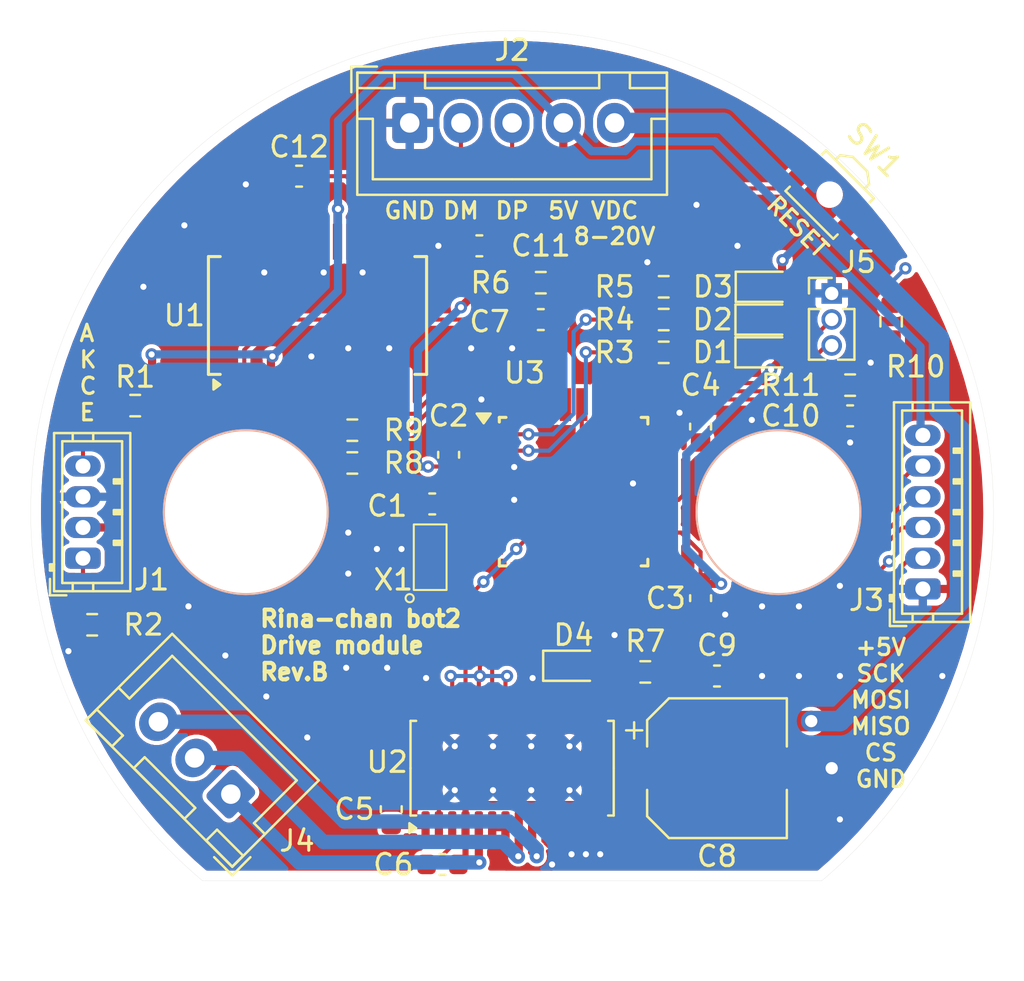
<source format=kicad_pcb>
(kicad_pcb (version 20240108) (generator "pcbnew") (generator_version "8.0")
  (layers (0 "F.Cu" signal) (31 "B.Cu" signal) (34 "B.Paste" user) (35 "F.Paste" user) (36 "B.SilkS" user "B.Silkscreen") (37 "F.SilkS" user "F.Silkscreen") (38 "B.Mask" user) (39 "F.Mask" user) (44 "Edge.Cuts" user))
  (net 0 "")
  (net 1 "+5V")
  (net 2 "/LED2")
  (net 3 "Net-(D4-K)")
  (net 4 "GND")
  (net 5 "Net-(D3-K)")
  (net 6 "/TX")
  (net 7 "Net-(U3-PD1)")
  (net 8 "Net-(D2-K)")
  (net 9 "/POS")
  (net 10 "Net-(U3-PD0)")
  (net 11 "/RX")
  (net 12 "Net-(D4-A)")
  (net 13 "/RESET")
  (net 14 "Net-(D1-K)")
  (net 15 "/LED1")
  (net 16 "Net-(J1-Pin_4)")
  (net 17 "/USB_DM")
  (net 18 "/USB_DP")
  (net 22 "Net-(U2-RESET#)")
  (net 25 "/EN")
  (net 28 "VDC")
  (net 29 "Net-(U2-VCP)")
  (net 31 "/IN1")
  (net 32 "/IN2")
  (net 33 "/IN3")
  (net 34 "Net-(U2-CP1)")
  (net 36 "Net-(U2-CP2)")
  (net 37 "Net-(U1-3V3OUT)")
  (net 40 "/MISO")
  (net 42 "Net-(U1-DTR)")
  (net 46 "Net-(J4-Pin_3)")
  (net 47 "Net-(J4-Pin_2)")
  (net 48 "Net-(J4-Pin_1)")
  (net 49 "/VMON")
  (net 50 "Net-(U3-XTAL2{slash}PB7)")
  (net 51 "/A3D17")
  (net 52 "/A4D18")
  (net 56 "Net-(U3-AREF)")
  (net 59 "Net-(U3-XTAL1{slash}PB6)")
  (net 60 "/CS")
  (net 62 "/SCK")
  (net 63 "/MOSI")
  (footprint "Resistor_SMD:R_0603_1608Metric" (layer "F.Cu") (at 197.2 82.6 180)
    (property "Reference" "R8")
    (property "Value" "1k")
  )
  (footprint "Ceralock:CSTCE" (layer "F.Cu") (at 201 87.2 90)
    (property "Reference" "X1")
    (property "Value" "CSTCE16M0V53-R0")
  )
  (footprint "Resistor_SMD:R_0603_1608Metric" (layer "F.Cu") (at 206.4 73.8 180)
    (property "Reference" "R6")
    (property "Value" "1k")
  )
  (footprint "Resistor_SMD:R_0603_1608Metric" (layer "F.Cu") (at 212.4 74 180)
    (property "Reference" "R5")
    (property "Value" "1k")
  )
  (footprint "Capacitor_SMD:C_0603_1608Metric" (layer "F.Cu") (at 201.9 82.2 -90)
    (property "Reference" "C2")
    (property "Value" "CL10A475KO8NNNC")
  )
  (footprint "LED_SMD:LED_0603_1608Metric" (layer "F.Cu") (at 208 92.5)
    (property "Reference" "D4")
    (property "Value" "KT-0603R")
  )
  (footprint "Button_Switch_SMD:SW_SPST_B3U-3000P-B" (layer "F.Cu") (at 220.5 69.5 -45)
    (property "Reference" "SW1")
    (property "Value" "B3U-3000P")
  )
  (footprint "Resistor_SMD:R_0603_1608Metric" (layer "F.Cu") (at 212.4 75.6 180)
    (property "Reference" "R4")
    (property "Value" "1k")
  )
  (footprint "Capacitor_SMD:C_0603_1608Metric" (layer "F.Cu") (at 214.2 80.825 -90)
    (property "Reference" "C4")
    (property "Value" "CC0603KRX7R9BB104")
  )
  (footprint "Resistor_SMD:R_0603_1608Metric" (layer "F.Cu") (at 186.6 79.8 180)
    (property "Reference" "R1")
    (property "Value" "330")
  )
  (footprint "Connector_PinHeader_1.27mm:PinHeader_1x03_P1.27mm_Vertical" (layer "F.Cu") (at 220.6 74.325)
    (property "Reference" "J5")
    (property "Value" "1x3 1.27mm Pin header")
  )
  (footprint "Resistor_SMD:R_0603_1608Metric" (layer "F.Cu") (at 212.4 77.2 180)
    (property "Reference" "R3")
    (property "Value" "1k")
  )
  (footprint "Capacitor_SMD:C_0603_1608Metric" (layer "F.Cu") (at 199.1 99.5 -90)
    (property "Reference" "C5")
    (property "Value" "CC0603KRX7R9BB104")
  )
  (footprint "LED_SMD:LED_0603_1608Metric" (layer "F.Cu") (at 217.3875 75.6)
    (property "Reference" "D2")
    (property "Value" "KT-0603R")
  )
  (footprint "Capacitor_SMD:C_0603_1608Metric" (layer "F.Cu") (at 201.1 84.6)
    (property "Reference" "C1")
    (property "Value" "CL10A475KO8NNNC")
  )
  (footprint "LED_SMD:LED_0603_1608Metric" (layer "F.Cu") (at 217.4 74)
    (property "Reference" "D3")
    (property "Value" "KT-0603G")
  )
  (footprint "Package_SO:HTSSOP-28-1EP_4.4x9.7mm_P0.65mm_EP2.75x6.2mm_ThermalVias" (layer "F.Cu") (at 205 97.5 90)
    (property "Reference" "U2")
    (property "Value" "DRV8313PWPR")
  )
  (footprint "Resistor_SMD:R_0603_1608Metric" (layer "F.Cu") (at 211.5 92.8)
    (property "Reference" "R7")
    (property "Value" "1k")
  )
  (footprint "LED_SMD:LED_0603_1608Metric" (layer "F.Cu") (at 217.3875 77.2)
    (property "Reference" "D1")
    (property "Value" "KT-0603W")
  )
  (footprint "Connector_JST:JST_XH_B3B-XH-A_1x03_P2.50mm_Vertical" (layer "F.Cu") (at 191.267767 98.767767 135)
    (property "Reference" "J4")
    (property "Value" "B3B-XH-A")
  )
  (footprint "Capacitor_SMD:C_0603_1608Metric" (layer "F.Cu") (at 221.5 80.3)
    (property "Reference" "C10")
    (property "Value" "CC0603KRX7R9BB104")
  )
  (footprint "Resistor_SMD:R_0603_1608Metric" (layer "F.Cu") (at 197.2 81)
    (property "Reference" "R9")
    (property "Value" "1k")
  )
  (footprint "Connector_JST:JST_ZH_B4B-ZR_1x04_P1.50mm_Vertical" (layer "F.Cu") (at 184.05 87.25 90)
    (property "Reference" "J1")
    (property "Value" "B4B-ZR")
  )
  (footprint "Resistor_SMD:R_0603_1608Metric" (layer "F.Cu") (at 184.5 90.5 180)
    (property "Reference" "R2")
    (property "Value" "5.1k")
  )
  (footprint "Capacitor_SMD:C_0603_1608Metric" (layer "F.Cu") (at 201.6 102.2 180)
    (property "Reference" "C6")
    (property "Value" "CC0603KRX7R9BB104")
  )
  (footprint "Resistor_SMD:R_0603_1608Metric" (layer "F.Cu") (at 221.5 78.8 180)
    (property "Reference" "R11")
    (property "Value" "1k")
  )
  (footprint "Package_QFP:TQFP-32_7x7mm_P0.8mm" (layer "F.Cu") (at 208 84)
    (property "Reference" "U3")
    (property "Value" "ATmega328P-AU")
  )
  (footprint "Capacitor_SMD:C_0603_1608Metric" (layer "F.Cu") (at 194.6 68.6)
    (property "Reference" "C12")
    (property "Value" "CC0603KRX7R9BB104")
  )
  (footprint "Connector_JST:JST_XH_B5B-XH-A_1x05_P2.50mm_Vertical" (layer "F.Cu") (at 200 66)
    (property "Reference" "J2")
    (property "Value" "B5B-XH-A")
  )
  (footprint "MountingHole:MountingHole_3.2mm_M3" (layer "F.Cu") (at 218 85)
    (property "Reference" "H2" (hide yes))
    (property "Value" "Φ3.2")
  )
  (footprint "Capacitor_SMD:C_0603_1608Metric" (layer "F.Cu") (at 214.2 89.2 90)
    (property "Reference" "C3")
    (property "Value" "CL10A475KO8NNNC")
  )
  (footprint "Resistor_SMD:R_0603_1608Metric" (layer "F.Cu") (at 223.5 75.7 -90)
    (property "Reference" "R10")
    (property "Value" "10k")
  )
  (footprint "MountingHole:MountingHole_3.2mm_M3" (layer "F.Cu") (at 192 85)
    (property "Reference" "H1" (hide yes))
    (property "Value" "Φ3.2")
  )
  (footprint "Capacitor_SMD:CP_Elec_6.3x5.4" (layer "F.Cu") (at 215 97.5)
    (property "Reference" "C8")
    (property "Value" "RST100UF25V004")
  )
  (footprint "Capacitor_SMD:C_0603_1608Metric" (layer "F.Cu") (at 203.4 72 180)
    (property "Reference" "C11")
    (property "Value" "CL10A106KP8NNNC")
  )
  (footprint "Capacitor_SMD:C_0603_1608Metric" (layer "F.Cu") (at 206.4 75.6)
    (property "Reference" "C7")
    (property "Value" "CC0603KRX7R9BB104")
  )
  (footprint "Capacitor_SMD:C_0603_1608Metric" (layer "F.Cu") (at 215 93 180)
    (property "Reference" "C9")
    (property "Value" "CL10B474KA8NNNC")
  )
  (footprint "Package_SO:SSOP-28_5.3x10.2mm_P0.65mm" (layer "F.Cu") (at 195.5 75.4 90)
    (property "Reference" "U1")
    (property "Value" "FT232RL")
  )
  (footprint "Connector_JST:JST_ZH_B6B-ZR_1x06_P1.50mm_Vertical" (layer "F.Cu") (at 225.05 88.75 90)
    (property "Reference" "J3")
    (property "Value" "B6B-ZR")
  )
  (gr_circle (center 218 85) (end 222 85) (stroke (width 0.1)) (fill none) (layer "B.SilkS"))
  (gr_circle (center 192 85) (end 196 85) (stroke (width 0.1)) (fill none) (layer "B.SilkS"))
  (gr_circle (center 192 85) (end 192 81) (stroke (width 0.1)) (fill none) (layer "F.SilkS"))
  (gr_circle (center 218 85) (end 218 81) (stroke (width 0.1)) (fill none) (layer "F.SilkS"))
  (gr_arc (start 189.892056 103) (mid 205 61.500001) (end 220.107944 103) (stroke (width 0.01)) (layer "Edge.Cuts"))
  (gr_line (start 189.892056 103) (end 220.107944 103) (stroke (width 0.01)) (layer "Edge.Cuts"))
  (gr_text "5V" (at 207.5 70.75 0) (layer "F.SilkS") (effects (font (size 0.8 0.8) (thickness 0.15) (bold yes)) (justify bottom)))
  (gr_text "RESET" (at 218.6 71.4 -45) (layer "F.SilkS") (effects (font (size 0.8 0.8) (thickness 0.15) (bold yes)) (justify bottom)))
  (gr_text "VDC" (at 210 70.75 0) (layer "F.SilkS") (effects (font (size 0.8 0.8) (thickness 0.15) (bold yes)) (justify bottom)))
  (gr_text "8-20V" (at 210 72 0) (layer "F.SilkS") (effects (font (size 0.8 0.8) (thickness 0.15) (bold yes)) (justify bottom)))
  (gr_text "A\nK\nC\nE" (at 183.8 80.6 -0) (layer "F.SilkS") (effects (font (size 0.8 0.8) (thickness 0.15) (bold yes)) (justify left bottom)))
  (gr_text "Rev.B" (at 192.6 92.8 0) (layer "F.SilkS") (effects (font (size 0.8 0.8) (thickness 0.2)) (justify left)))
  (gr_text "Drive module" (at 192.6 91.5 0) (layer "F.SilkS") (effects (font (size 0.8 0.8) (thickness 0.2) (bold yes)) (justify left)))
  (gr_text "+5V\nSCK\nMOSI\nMISO\nCS\nGND" (at 223 98.5 -0) (layer "F.SilkS") (effects (font (size 0.8 0.8) (thickness 0.15) (bold yes)) (justify bottom)))
  (gr_text "DM" (at 202.5 70.75 0) (layer "F.SilkS") (effects (font (size 0.8 0.8) (thickness 0.15) (bold yes)) (justify bottom)))
  (gr_text "GND" (at 200 70.75 0) (layer "F.SilkS") (effects (font (size 0.8 0.8) (thickness 0.15) (bold yes)) (justify bottom)))
  (gr_text "Rina-chan bot2" (at 192.6 90.2 0) (layer "F.SilkS") (effects (font (size 0.8 0.8) (thickness 0.2) (bold yes)) (justify left)))
  (gr_text "DP" (at 205 70.75 0) (layer "F.SilkS") (effects (font (size 0.8 0.8) (thickness 0.15) (bold yes)) (justify bottom)))
  (segment (start 201.7 82.775) (end 201.9 82.975) (width 0.2) (layer "F.Cu") (net 1))
  (segment (start 218.175 72.725) (end 218.2 72.7) (width 0.4) (layer "F.Cu") (net 1))
  (segment (start 213.25 86) (end 214.2 86.95) (width 0.2) (layer "F.Cu") (net 1))
  (segment (start 202.525 83.6) (end 201.9 82.975) (width 0.2) (layer "F.Cu") (net 1))
  (segment (start 202.6 75) (end 202.5 75) (width 0.4) (layer "F.Cu") (net 1))
  (segment (start 187.425 79.8) (end 187.425 77.325) (width 0.4) (layer "F.Cu") (net 1))
  (segment (start 193.225 79) (end 193.225 77.475) (width 0.4) (layer "F.Cu") (net 1))
  (segment (start 201.9 82.975) (end 201.9 84.575) (width 0.2) (layer "F.Cu") (net 1))
  (segment (start 185.25 85.75) (end 185.6 85.4) (width 0.4) (layer "F.Cu") (net 1))
  (segment (start 202.475 85.2) (end 201.875 84.6) (width 0.2) (layer "F.Cu") (net 1))
  (segment (start 185.6 81.625) (end 187.425 79.8) (width 0.4) (layer "F.Cu") (net 1))
  (segment (start 215.2 88.5) (end 214.275 88.5) (width 0.4) (layer "F.Cu") (net 1))
  (segment (start 218.175 77.2) (end 218.175 72.725) (width 0.4) (layer "F.Cu") (net 1))
  (segment (start 196.475 71.8) (end 196.475 70.225) (width 0.4) (layer "F.Cu") (net 1))
  (segment (start 204.175 72) (end 204.175 73.325) (width 0.4) (layer "F.Cu") (net 1))
  (segment (start 207.5 70.1) (end 205.6 72) (width 0.4) (layer "F.Cu") (net 1))
  (segment (start 185.6 85.4) (end 185.6 81.625) (width 0.4) (layer "F.Cu") (net 1))
  (segment (start 205.6 72) (end 204.175 72) (width 0.4) (layer "F.Cu") (net 1))
  (segment (start 205.575 73.8) (end 205.575 73.775) (width 0.4) (layer "F.Cu") (net 1))
  (segment (start 218.175 77.2) (end 218.175 77.50576) (width 0.4) (layer "F.Cu") (net 1))
  (segment (start 203.75 85.2) (end 202.475 85.2) (width 0.2) (layer "F.Cu") (net 1))
  (segment (start 193.225 77.475) (end 193.3 77.4) (width 0.4) (layer "F.Cu") (net 1))
  (segment (start 184.05 85.75) (end 185.25 85.75) (width 0.4) (layer "F.Cu") (net 1))
  (segment (start 214.275 88.5) (end 214.2 88.425) (width 0.4) (layer "F.Cu") (net 1))
  (segment (start 218.175 77.50576) (end 217.64038 78.04038) (width 0.4) (layer "F.Cu") (net 1))
  (segment (start 196.475 70.225) (end 196.5 70.2) (width 0.4) (layer "F.Cu") (net 1))
  (segment (start 207.5 66) (end 207.5 70.1) (width 0.4) (layer "F.Cu") (net 1))
  (segment (start 204.175 73.325) (end 202.5 75) (width 0.4) (layer "F.Cu") (net 1))
  (segment (start 187.425 77.325) (end 187.4 77.3) (width 0.4) (layer "F.Cu") (net 1))
  (segment (start 200.9 82.775) (end 201.7 82.775) (width 0.2) (layer "F.Cu") (net 1))
  (segment (start 201.9 84.575) (end 201.875 84.6) (width 0.2) (layer "F.Cu") (net 1))
  (segment (start 203.75 83.6) (end 202.525 83.6) (width 0.2) (layer "F.Cu") (net 1))
  (segment (start 205.575 73.8) (end 204.65 73.8) (width 0.4) (layer "F.Cu") (net 1))
  (segment (start 214.2 86.95) (end 214.2 88.425) (width 0.2) (layer "F.Cu") (net 1))
  (segment (start 212.25 86) (end 213.25 86) (width 0.2) (layer "F.Cu") (net 1))
  (segment (start 201.775 82.8) (end 201.8 82.775) (width 0.4) (layer "F.Cu") (net 1))
  (segment (start 204.65 73.8) (end 204.175 73.325) (width 0.4) (layer "F.Cu") (net 1))
  (via (at 187.4 77.3) (size 0.6) (drill 0.3) (layers "F.Cu" "B.Cu") (net 1))
  (via (at 215.2 88.5) (size 0.6) (drill 0.3) (layers "F.Cu" "B.Cu") (net 1))
  (via (at 217.64038 78.04038) (size 0.6) (drill 0.3) (layers "F.Cu" "B.Cu") (net 1))
  (via (at 196.5 70.2) (size 0.6) (drill 0.3) (layers "F.Cu" "B.Cu") (net 1))
  (via (at 218.2 72.7) (size 0.6) (drill 0.3) (layers "F.Cu" "B.Cu") (net 1))
  (via (at 193.3 77.4) (size 0.6) (drill 0.3) (layers "F.Cu" "B.Cu") (net 1))
  (via (at 202.5 75) (size 0.6) (drill 0.3) (layers "F.Cu" "B.Cu") (net 1))
  (via (at 200.9 82.775) (size 0.6) (drill 0.3) (layers "F.Cu" "B.Cu") (net 1))
  (segment (start 215.2 88.5) (end 213.5 86.8) (width 0.4) (layer "B.Cu") (net 1))
  (segment (start 200.4 82.7) (end 200.475 82.775) (width 0.4) (layer "B.Cu") (net 1))
  (segment (start 225.05 81.25) (end 224.937709 81.137709) (width 0.4) (layer "B.Cu") (net 1))
  (segment (start 202.5 75) (end 200.4 77.1) (width 0.4) (layer "B.Cu") (net 1))
  (segment (start 210.992767 66.9) (end 210.517767 67.375) (width 0.4) (layer "B.Cu") (net 1))
  (segment (start 198.8 63.6) (end 205.1 63.6) (width 0.4) (layer "B.Cu") (net 1))
  (segment (start 187.4 77.3) (end 193.2 77.3) (width 0.4) (layer "B.Cu") (net 1))
  (segment (start 196.5 70.2) (end 196.5 65.9) (width 0.4) (layer "B.Cu") (net 1))
  (segment (start 218.2 72.7) (end 219.45 71.45) (width 0.4) (layer "B.Cu") (net 1))
  (segment (start 196.5 74.2) (end 196.5 70.2) (width 0.4) (layer "B.Cu") (net 1))
  (segment (start 213.5 82.18076) (end 217.64038 78.04038) (width 0.4) (layer "B.Cu") (net 1))
  (segment (start 219.45 71.45) (end 214.9 66.9) (width 0.4) (layer "B.Cu") (net 1))
  (segment (start 224.937709 81.137709) (end 224.937709 76.937709) (width 0.4) (layer "B.Cu") (net 1))
  (segment (start 200.4 77.1) (end 200.4 82.7) (width 0.4) (layer "B.Cu") (net 1))
  (segment (start 196.5 65.9) (end 198.8 63.6) (width 0.4) (layer "B.Cu") (net 1))
  (segment (start 214.9 66.9) (end 210.992767 66.9) (width 0.4) (layer "B.Cu") (net 1))
  (segment (start 208.875 67.375) (end 207.5 66) (width 0.4) (layer "B.Cu") (net 1))
  (segment (start 200.475 82.775) (end 200.9 82.775) (width 0.4) (layer "B.Cu") (net 1))
  (segment (start 224.937709 76.937709) (end 219.45 71.45) (width 0.4) (layer "B.Cu") (net 1))
  (segment (start 193.3 77.4) (end 196.5 74.2) (width 0.4) (layer "B.Cu") (net 1))
  (segment (start 213.5 86.8) (end 213.5 82.18076) (width 0.4) (layer "B.Cu") (net 1))
  (segment (start 205.1 63.6) (end 207.5 66) (width 0.4) (layer "B.Cu") (net 1))
  (segment (start 210.517767 67.375) (end 208.875 67.375) (width 0.4) (layer "B.Cu") (net 1))
  (segment (start 193.2 77.3) (end 193.3 77.4) (width 0.4) (layer "B.Cu") (net 1))
  (segment (start 203.75 81.2) (end 205.8 81.2) (width 0.2) (layer "F.Cu") (net 2))
  (segment (start 211.575 75.6) (end 208.6 75.6) (width 0.2) (layer "F.Cu") (net 2))
  (via (at 205.8 81.2) (size 0.6) (drill 0.3) (layers "F.Cu" "B.Cu") (net 2))
  (via (at 208.6 75.6) (size 0.6) (drill 0.3) (layers "F.Cu" "B.Cu") (net 2))
  (segment (start 207 81.2) (end 208 80.2) (width 0.2) (layer "B.Cu") (net 2))
  (segment (start 208 76.2) (end 208.6 75.6) (width 0.2) (layer "B.Cu") (net 2))
  (segment (start 208 80.2) (end 208 76.2) (width 0.2) (layer "B.Cu") (net 2))
  (segment (start 205.8 81.2) (end 207 81.2) (width 0.2) (layer "B.Cu") (net 2))
  (segment (start 207.275 92.5625) (end 207.2125 92.5) (width 0.2) (layer "F.Cu") (net 3))
  (segment (start 207.275 94.625) (end 207.275 92.5625) (width 0.2) (layer "F.Cu") (net 3))
  (segment (start 217.8 97.5) (end 220.6 97.5) (width 1) (layer "F.Cu") (net 4))
  (segment (start 195.175 77.425) (end 195.2 77.4) (width 0.4) (layer "F.Cu") (net 4))
  (segment (start 206.9 101.424999) (end 206.625 101.149999) (width 0.2) (layer "F.Cu") (net 4))
  (segment (start 211.575 72.825) (end 211.6 72.8) (width 0.4) (layer "F.Cu") (net 4))
  (segment (start 195.825 73.275) (end 195.8 73.3) (width 0.4) (layer "F.Cu") (net 4))
  (segment (start 197.775 73.225) (end 197.7 73.3) (width 0.4) (layer "F.Cu") (net 4))
  (segment (start 206.9 102.4) (end 206.9 101.424999) (width 0.2) (layer "F.Cu") (net 4))
  (segment (start 204.025 100.375) (end 204.025 101.725) (width 0.2) (layer "F.Cu") (net 4))
  (segment (start 217.199996 93) (end 217.2 93.000004) (width 0.4) (layer "F.Cu") (net 4))
  (segment (start 204.675 101.625) (end 204.675 100.375) (width 0.2) (layer "F.Cu") (net 4))
  (segment (start 208.575 101.675) (end 208.6 101.7) (width 0.4) (layer "F.Cu") (net 4))
  (segment (start 204.025 101.725) (end 204.3 102) (width 0.2) (layer "F.Cu") (net 4))
  (segment (start 213.25 80.05) (end 213.171064 80.128936) (width 0.4) (layer "F.Cu") (net 4))
  (segment (start 200.775 93.125) (end 200.8 93.1) (width 0.4) (layer "F.Cu") (net 4))
  (segment (start 215.775 93) (end 217.199996 93) (width 0.4) (layer "F.Cu") (net 4))
  (segment (start 209.225 101.625) (end 209.3 101.7) (width 0.4) (layer "F.Cu") (net 4))
  (segment (start 206.949999 102.350001) (end 206.949999 102.2) (width 0.2) (layer "F.Cu") (net 4))
  (segment (start 213.171064 80.128936) (end 213.171064 80.15) (width 0.4) (layer "F.Cu") (net 4))
  (segment (start 206.9 102.4) (end 206.949999 102.350001) (width 0.2) (layer "F.Cu") (net 4))
  (segment (start 204.3 102) (end 204.7 102.4) (width 0.2) (layer "F.Cu") (net 4))
  (segment (start 207.925 101.675) (end 207.9 101.7) (width 0.4) (layer "F.Cu") (net 4))
  (segment (start 205.975 93.125) (end 206 93.1) (width 0.4) (layer "F.Cu") (net 4))
  (segment (start 204.3 102) (end 204.675 101.625) (width 0.2) (layer "F.Cu") (net 4))
  (segment (start 204.7 102.4) (end 206.9 102.4) (width 0.2) (layer "F.Cu") (net 4))
  (segment (start 201.8 81.225) (end 201.975 81.225) (width 0.4) (layer "F.Cu") (net 4))
  (segment (start 206.625 101.149999) (end 206.625 100.375) (width 0.2) (layer "F.Cu") (net 4))
  (segment (start 215.375 89.975) (end 215.4 90) (width 0.4) (layer "F.Cu") (net 4))
  (via (at 201.4 72) (size 0.6) (drill 0.3) (layers "F.Cu" "B.Cu") (net 4))
  (via (at 192.9 73.3) (size 0.6) (drill 0.3) (layers "F.Cu" "B.Cu") (net 4))
  (via (at 210.9 83.6) (size 0.6) (drill 0.3) (layers "F.Cu" "B.Cu") (net 4))
  (via (at 197 77) (size 0.6) (drill 0.3) (layers "F.Cu" "B.Cu") (net 4))
  (via (at 208.6 101.7) (size 0.6) (drill 0.3) (layers "F.Cu" "B.Cu") (net 4))
  (via (at 205 77) (size 0.6) (drill 0.3) (layers "F.Cu" "B.Cu") (net 4))
  (via (at 222.50288 77.70288) (size 0.6) (drill 0.3) (layers "F.Cu" "B.Cu") (net 4))
  (via (at 221 100) (size 0.6) (drill 0.3) (layers "F.Cu" "B.Cu") (net 4))
  (via (at 219 89.6) (size 0.6) (drill 0.3) (layers "F.Cu" "B.Cu") (net 4))
  (via (at 199 77) (size 0.6) (drill 0.3) (layers "F.Cu" "B.Cu") (net 4))
  (via (at 226 93) (size 0.6) (drill 0.3) (layers "F.Cu" "B.Cu") (net 4))
  (via (at 197 86) (size 0.6) (drill 0.3) (layers "F.Cu" "B.Cu") (net 4))
  (via (at 192 69) (size 0.6) (drill 0.3) (layers "F.Cu" "B.Cu") (net 4))
  (via (at 215.4 90) (size 0.5) (drill 0.3) (layers "F.Cu" "B.Cu") (net 4))
  (via (at 200.8 93.1) (size 0.6) (drill 0.3) (layers "F.Cu" "B.Cu") (net 4))
  (via (at 213.171064 80.15) (size 0.6) (drill 0.3) (layers "F.Cu" "B.Cu") (net 4))
  (via (at 216.7 80.5) (size 0.6) (drill 0.3) (layers "F.Cu" "B.Cu") (net 4))
  (via (at 203 77) (size 0.6) (drill 0.3) (layers "F.Cu" "B.Cu") (net 4))
  (via (at 196.9 92.6) (size 0.6) (drill 0.3) (layers "F.Cu" "B.Cu") (net 4))
  (via (at 199.6 86.8) (size 0.6) (drill 0.3) (layers "F.Cu" "B.Cu") (net 4))
  (via (at 206 93.1) (size 0.6) (drill 0.3) (layers "F.Cu" "B.Cu") (net 4))
  (via (at 193 94) (size 0.6) (drill 0.3) (layers "F.Cu" "B.Cu") (net 4))
  (via (at 195.8 73.3) (size 0.6) (drill 0.3) (layers "F.Cu" "B.Cu") (net 4))
  (via (at 206.949999 102.2) (size 0.6) (drill 0.3) (layers "F.Cu" "B.Cu") (net 4))
  (via (at 183.339426 91.786538) (size 0.6) (drill 0.3) (layers "F.Cu" "B.Cu") (net 4))
  (via (at 207.9 101.7) (size 0.6) (drill 0.3) (layers "F.Cu" "B.Cu") (net 4))
  (via (at 221 88.6) (size 0.6) (drill 0.3) (layers "F.Cu" "B.Cu") (net 4))
  (via (at 221 93) (size 0.6) (drill 0.3) (layers "F.Cu" "B.Cu") (net 4))
  (via (at 216 72) (size 0.6) (drill 0.3) (layers "F.Cu" "B.Cu") (net 4))
  (via (at 197 88) (size 0.6) (drill 0.3) (layers "F.Cu" "B.Cu") (net 4))
  (via (at 205.1 84.4) (size 0.6) (drill 0.3) (layers "F.Cu" "B.Cu") (net 4))
  (via (at 221.5 81.6) (size 0.6) (drill 0.3) (layers "F.Cu" "B.Cu") (net 4))
  (via (at 197.7 73.3) (size 0.6) (drill 0.3) (layers "F.Cu" "B.Cu") (net 4))
  (via (at 195.2 77.4) (size 0.6) (drill 0.3) (layers "F.Cu" "B.Cu") (net 4))
  (via (at 195 96) (size 0.6) (drill 0.3) (layers "F.Cu" "B.Cu") (net 4))
  (via (at 209.3 101.7) (size 0.6) (drill 0.3) (layers "F.Cu" "B.Cu") (net 4))
  (via (at 203.5 79.5) (size 0.6) (drill 0.3) (layers "F.Cu" "B.Cu") (net 4))
  (via (at 198.4 86.8) (size 0.6) (drill 0.3) (layers "F.Cu" "B.Cu") (net 4))
  (via (at 189.2 89.6) (size 0.6) (drill 0.3) (layers "F.Cu" "B.Cu") (net 4))
  (via (at 205.1 82.8) (size 0.6) (drill 0.3) (layers "F.Cu" "B.Cu") (net 4))
  (via (at 217.2 89.6) (size 0.6) (drill 0.3) (layers "F.Cu" "B.Cu") (net 4))
  (via (at 220.6 97.5) (size 1) (drill 0.6) (layers "F.Cu" "B.Cu") (net 4))
  (via (at 187 74) (size 0.6) (drill 0.3) (layers "F.Cu" "B.Cu") (net 4))
  (via (at 217.2 93.000004) (size 0.6) (drill 0.3) (layers "F.Cu" "B.Cu") (net 4))
  (via (at 219 93) (size 0.6) (drill 0.3) (layers "F.Cu" "B.Cu") (net 4))
  (via (at 210 91) (size 0.6) (drill 0.3) (layers "F.Cu" "B.Cu") (net 4))
  (via (at 198.9 92.6) (size 0.6) (drill 0.3) (layers "F.Cu" "B.Cu") (net 4))
  (via (at 189 71) (size 0.6) (drill 0.3) (layers "F.Cu" "B.Cu") (net 4))
  (via (at 191 92) (size 0.6) (drill 0.3) (layers "F.Cu" "B.Cu") (net 4))
  (via (at 214 70) (size 0.6) (drill 0.3) (layers "F.Cu" "B.Cu") (net 4))
  (via (at 211.6 72.8) (size 0.6) (drill 0.3) (layers "F.Cu" "B.Cu") (net 4))
  (segment (start 213.225 74) (end 216.6125 74) (width 0.2) (layer "F.Cu") (net 5))
  (segment (start 194.125 80.3) (end 194.7 80.3) (width 0.2) (layer "F.Cu") (net 6))
  (segment (start 193.875 79) (end 193.875 80.05) (width 0.2) (layer "F.Cu") (net 6))
  (segment (start 194.7 80.3) (end 195.4 81) (width 0.2) (layer "F.Cu") (net 6))
  (segment (start 193.875 80.05) (end 194.125 80.3) (width 0.2) (layer "F.Cu") (net 6))
  (segment (start 195.4 81) (end 196.375 81) (width 0.2) (layer "F.Cu") (net 6))
  (segment (start 206 79.75) (end 206 78.75) (width 0.2) (layer "F.Cu") (net 7))
  (segment (start 205.85 78.6) (end 202.4 78.6) (width 0.2) (layer "F.Cu") (net 7))
  (segment (start 200 81) (end 198.025 81) (width 0.2) (layer "F.Cu") (net 7))
  (segment (start 206 78.75) (end 205.85 78.6) (width 0.2) (layer "F.Cu") (net 7))
  (segment (start 202.4 78.6) (end 200 81) (width 0.2) (layer "F.Cu") (net 7))
  (segment (start 216.6 75.6) (end 213.225 75.6) (width 0.2) (layer "F.Cu") (net 8))
  (segment (start 201.499996 90.5) (end 203.599998 88.399998) (width 0.2) (layer "F.Cu") (net 9))
  (segment (start 184.05 87.25) (end 184.05 88.45) (width 0.2) (layer "F.Cu") (net 9))
  (segment (start 185.325 89.725) (end 185.325 90.5) (width 0.2) (layer "F.Cu") (net 9))
  (segment (start 208.4 83.600006) (end 205.200003 86.800003) (width 0.2) (layer "F.Cu") (net 9))
  (segment (start 184.05 88.45) (end 185.325 89.725) (width 0.2) (layer "F.Cu") (net 9))
  (segment (start 185.325 90.5) (end 201.499996 90.5) (width 0.2) (layer "F.Cu") (net 9))
  (segment (start 208.4 79.75) (end 208.4 83.600006) (width 0.2) (layer "F.Cu") (net 9))
  (via (at 203.599998 88.399998) (size 0.6) (drill 0.3) (layers "F.Cu" "B.Cu") (net 9))
  (via (at 205.200003 86.800003) (size 0.6) (drill 0.3) (layers "F.Cu" "B.Cu") (net 9))
  (segment (start 205.200003 86.800003) (end 205.199993 86.800003) (width 0.2) (layer "B.Cu") (net 9))
  (segment (start 205.199993 86.800003) (end 203.599998 88.399998) (width 0.2) (layer "B.Cu") (net 9))
  (segment (start 202.425 78) (end 206.4 78) (width 0.2) (layer "F.Cu") (net 10))
  (segment (start 198.025 82.6) (end 197.2 81.775) (width 0.2) (layer "F.Cu") (net 10))
  (segment (start 200.225 80.2) (end 202.425 78) (width 0.2) (layer "F.Cu") (net 10))
  (segment (start 197.2 81.775) (end 197.2 80.575) (width 0.2) (layer "F.Cu") (net 10))
  (segment (start 206.8 78.4) (end 206.8 79.75) (width 0.2) (layer "F.Cu") (net 10))
  (segment (start 197.2 80.575) (end 197.575 80.2) (width 0.2) (layer "F.Cu") (net 10))
  (segment (start 197.575 80.2) (end 200.225 80.2) (width 0.2) (layer "F.Cu") (net 10))
  (segment (start 206.4 78) (end 206.8 78.4) (width 0.2) (layer "F.Cu") (net 10))
  (segment (start 191.275 79) (end 191.275 80.075) (width 0.2) (layer "F.Cu") (net 11))
  (segment (start 191.275 80.075) (end 191.6 80.4) (width 0.2) (layer "F.Cu") (net 11))
  (segment (start 191.6 80.4) (end 193.3 80.4) (width 0.2) (layer "F.Cu") (net 11))
  (segment (start 193.6 80.7) (end 194.475 80.7) (width 0.2) (layer "F.Cu") (net 11))
  (segment (start 194.475 80.7) (end 196.375 82.6) (width 0.2) (layer "F.Cu") (net 11))
  (segment (start 193.3 80.4) (end 193.6 80.7) (width 0.2) (layer "F.Cu") (net 11))
  (segment (start 208.7875 92.5) (end 210.375 92.5) (width 0.2) (layer "F.Cu") (net 12))
  (segment (start 210.375 92.5) (end 210.675 92.8) (width 0.2) (layer "F.Cu") (net 12))
  (segment (start 207.225 73.8) (end 207.225 75.45) (width 0.2) (layer "F.Cu") (net 13))
  (segment (start 207.6 77.5) (end 207.6 79.75) (width 0.2) (layer "F.Cu") (net 13))
  (segment (start 207.275 75.5) (end 207.275 77.175) (width 0.2) (layer "F.Cu") (net 13))
  (segment (start 218.395836 69.2) (end 211.825 69.2) (width 0.2) (layer "F.Cu") (net 13))
  (segment (start 211.825 69.2) (end 207.225 73.8) (width 0.2) (layer "F.Cu") (net 13))
  (segment (start 207.225 75.45) (end 207.275 75.5) (width 0.2) (layer "F.Cu") (net 13))
  (segment (start 219.297918 68.297918) (end 218.395836 69.2) (width 0.2) (layer "F.Cu") (net 13))
  (segment (start 207.275 77.175) (end 207.6 77.5) (width 0.2) (layer "F.Cu") (net 13))
  (segment (start 213.225 77.2) (end 216.6 77.2) (width 0.2) (layer "F.Cu") (net 14))
  (segment (start 203.75 82) (end 205.8 82) (width 0.2) (layer "F.Cu") (net 15))
  (segment (start 211.575 77.2) (end 208.6 77.2) (width 0.2) (layer "F.Cu") (net 15))
  (via (at 205.8 82) (size 0.6) (drill 0.3) (layers "F.Cu" "B.Cu") (net 15))
  (via (at 208.6 77.2) (size 0.6) (drill 0.3) (layers "F.Cu" "B.Cu") (net 15))
  (segment (start 208.6 80.2) (end 206.8 82) (width 0.2) (layer "B.Cu") (net 15))
  (segment (start 208.6 77.2) (end 208.6 80.2) (width 0.2) (layer "B.Cu") (net 15))
  (segment (start 206.8 82) (end 205.8 82) (width 0.2) (layer "B.Cu") (net 15))
  (segment (start 184.05 82.75) (end 184.05 80.9375) (width 0.2) (layer "F.Cu") (net 16))
  (segment (start 185.1875 79.8) (end 185.775 79.8) (width 0.2) (layer "F.Cu") (net 16))
  (segment (start 184.05 80.9375) (end 185.1875 79.8) (width 0.2) (layer "F.Cu") (net 16))
  (segment (start 201.4 69.6) (end 202.5 68.5) (width 0.2) (layer "F.Cu") (net 17))
  (segment (start 199.075 70.359314) (end 199.834314 69.6) (width 0.2) (layer "F.Cu") (net 17))
  (segment (start 199.834314 69.6) (end 201.4 69.6) (width 0.2) (layer "F.Cu") (net 17))
  (segment (start 199.075 71.8) (end 199.075 70.359314) (width 0.2) (layer "F.Cu") (net 17))
  (segment (start 202.5 68.5) (end 202.5 66) (width 0.2) (layer "F.Cu") (net 17))
  (segment (start 199.725 71.8) (end 199.725 70.275) (width 0.2) (layer "F.Cu") (net 18))
  (segment (start 204 70) (end 205 69) (width 0.2) (layer "F.Cu") (net 18))
  (segment (start 199.725 70.275) (end 200 70) (width 0.2) (layer "F.Cu") (net 18))
  (segment (start 200 70) (end 204 70) (width 0.2) (layer "F.Cu") (net 18))
  (segment (start 205 69) (end 205 66) (width 0.2) (layer "F.Cu") (net 18))
  (segment (start 209.225 94.625) (end 209.225 93.525) (width 0.2) (layer "F.Cu") (net 22))
  (segment (start 212.325 93.075) (end 212.325 92.8) (width 0.2) (layer "F.Cu") (net 22))
  (segment (start 207.925 93.575) (end 208 93.5) (width 0.2) (layer "F.Cu") (net 22))
  (segment (start 211.6 93.8) (end 212.325 93.075) (width 0.2) (layer "F.Cu") (net 22))
  (segment (start 212.325 92.8) (end 214.025 92.8) (width 0.2) (layer "F.Cu") (net 22))
  (segment (start 209.475 93.525) (end 209.75 93.8) (width 0.2) (layer "F.Cu") (net 22))
  (segment (start 208 93.5) (end 208.6 93.5) (width 0.2) (layer "F.Cu") (net 22))
  (segment (start 208.6 93.5) (end 209.2 93.5) (width 0.2) (layer "F.Cu") (net 22))
  (segment (start 214.025 92.8) (end 214.225 93) (width 0.2) (layer "F.Cu") (net 22))
  (segment (start 209.225 93.525) (end 209.2 93.5) (width 0.2) (layer "F.Cu") (net 22))
  (segment (start 209.225 93.525) (end 209.475 93.525) (width 0.2) (layer "F.Cu") (net 22))
  (segment (start 208.575 93.525) (end 208.6 93.5) (width 0.2) (layer "F.Cu") (net 22))
  (segment (start 209.75 93.8) (end 211.6 93.8) (width 0.2) (layer "F.Cu") (net 22))
  (segment (start 208.575 94.625) (end 208.575 93.525) (width 0.2) (layer "F.Cu") (net 22))
  (segment (start 207.925 94.625) (end 207.925 93.575) (width 0.2) (layer "F.Cu") (net 22))
  (segment (start 204.675 93.075) (end 204.75 93) (width 0.2) (layer "F.Cu") (net 25))
  (segment (start 203.425 93) (end 203.425 92.506372) (width 0.2) (layer "F.Cu") (net 25))
  (segment (start 206.581372 89.35) (end 207.5 89.35) (width 0.2) (layer "F.Cu") (net 25))
  (segment (start 203.375 94.625) (end 203.375 93.05) (width 0.2) (layer "F.Cu") (net 25))
  (segment (start 203.425 92.506372) (end 206.581372 89.35) (width 0.2) (layer "F.Cu") (net 25))
  (segment (start 202.075 93.075) (end 202.075 94.625) (width 0.2) (layer "F.Cu") (net 25))
  (segment (start 207.6 89.25) (end 207.6 88.25) (width 0.2) (layer "F.Cu") (net 25))
  (segment (start 207.5 89.35) (end 207.6 89.25) (width 0.2) (layer "F.Cu") (net 25))
  (segment (start 203.375 93.05) (end 203.425 93) (width 0.2) (layer "F.Cu") (net 25))
  (segment (start 204.675 94.625) (end 204.675 93.075) (width 0.2) (layer "F.Cu") (net 25))
  (segment (start 202 93) (end 202.075 93.075) (width 0.2) (layer "F.Cu") (net 25))
  (via (at 204.75 93) (size 0.6) (drill 0.3) (layers "F.Cu" "B.Cu") (net 25))
  (via (at 203.425 93) (size 0.6) (drill 0.3) (layers "F.Cu" "B.Cu") (net 25))
  (via (at 202 93) (size 0.6) (drill 0.3) (layers "F.Cu" "B.Cu") (net 25))
  (segment (start 202 93) (end 204.75 93) (width 0.2) (layer "B.Cu") (net 25))
  (segment (start 219.6 95.2) (end 213.2 95.2) (width 1) (layer "F.Cu") (net 28))
  (segment (start 223.5 74.875) (end 223.5 73.8) (width 0.2) (layer "F.Cu") (net 28))
  (segment (start 210 97.5) (end 212.2 97.5) (width 0.3) (layer "F.Cu") (net 28))
  (segment (start 207.635832 99.25) (end 208.25 99.25) (width 0.3) (layer "F.Cu") (net 28))
  (segment (start 202.725 101.85) (end 202.375 102.2) (width 0.3) (layer "F.Cu") (net 28))
  (segment (start 208.25 99.25) (end 210 97.5) (width 0.3) (layer "F.Cu") (net 28))
  (segment (start 213.2 95.2) (end 212.2 96.2) (width 1) (layer "F.Cu") (net 28))
  (segment (start 212.2 96.2) (end 212.2 97.5) (width 1) (layer "F.Cu") (net 28))
  (segment (start 207.275 99.25) (end 207.635832 99.25) (width 0.3) (layer "F.Cu") (net 28))
  (segment (start 207.635832 99.25) (end 202.95 99.25) (width 0.3) (layer "F.Cu") (net 28))
  (segment (start 202.725 99.475) (end 202.725 100.375) (width 0.3) (layer "F.Cu") (net 28))
  (segment (start 202.725 100.375) (end 202.725 101.85) (width 0.3) (layer "F.Cu") (net 28))
  (segment (start 207.275 100.375) (end 207.275 99.25) (width 0.3) (layer "F.Cu") (net 28))
  (segment (start 223.5 73.8) (end 224.2 73.1) (width 0.2) (layer "F.Cu") (net 28))
  (segment (start 202.95 99.25) (end 202.725 99.475) (width 0.3) (layer "F.Cu") (net 28))
  (via (at 219.6 95.2) (size 1) (drill 0.6) (layers "F.Cu" "B.Cu") (net 28))
  (via (at 224.2 73.1) (size 0.6) (drill 0.3) (layers "F.Cu" "B.Cu") (net 28))
  (segment (start 223.306779 73.993221) (end 225.837709 76.52415) (width 1) (layer "B.Cu") (net 28))
  (segment (start 225.837709 76.52415) (end 225.837709 79.96944) (width 1) (layer "B.Cu") (net 28))
  (segment (start 226.856375 80.988106) (end 226.856375 89.343625) (width 1) (layer "B.Cu") (net 28))
  (segment (start 225.837709 79.96944) (end 226.856375 80.988106) (width 1) (layer "B.Cu") (net 28))
  (segment (start 221 95.2) (end 219.6 95.2) (width 1) (layer "B.Cu") (net 28))
  (segment (start 224.2 73.1) (end 223.306779 73.993221) (width 0.2) (layer "B.Cu") (net 28))
  (segment (start 210 66) (end 215.313559 66) (width 1) (layer "B.Cu") (net 28))
  (segment (start 226.856375 89.343625) (end 221 95.2) (width 1) (layer "B.Cu") (net 28))
  (segment (start 215.313559 66) (end 223.306779 73.993221) (width 1) (layer "B.Cu") (net 28))
  (segment (start 201.4 102.2) (end 200.825 102.2) (width 0.2) (layer "F.Cu") (net 29))
  (segment (start 202.075 101.276304) (end 201.5 101.851304) (width 0.2) (layer "F.Cu") (net 29))
  (segment (start 202.075 100.375) (end 202.075 101.276304) (width 0.2) (layer "F.Cu") (net 29))
  (segment (start 201.5 101.851304) (end 201.5 102.1) (width 0.2) (layer "F.Cu") (net 29))
  (segment (start 201.5 102.1) (end 201.4 102.2) (width 0.2) (layer "F.Cu") (net 29))
  (segment (start 201.4 92.751471) (end 201.4 94.6) (width 0.2) (layer "F.Cu") (net 31))
  (segment (start 205.2 88.25) (end 205.2 89.6) (width 0.2) (layer "F.Cu") (net 31))
  (segment (start 201.4 94.6) (end 201.425 94.625) (width 0.2) (layer "F.Cu") (net 31))
  (segment (start 201.751471 92.4) (end 201.4 92.751471) (width 0.2) (layer "F.Cu") (net 31))
  (segment (start 202.4 92.4) (end 201.751471 92.4) (width 0.2) (layer "F.Cu") (net 31))
  (segment (start 205.2 89.6) (end 202.4 92.4) (width 0.2) (layer "F.Cu") (net 31))
  (segment (start 206 89.365686) (end 206 88.25) (width 0.2) (layer "F.Cu") (net 32))
  (segment (start 202.725 92.640686) (end 206 89.365686) (width 0.2) (layer "F.Cu") (net 32))
  (segment (start 202.725 94.625) (end 202.725 92.640686) (width 0.2) (layer "F.Cu") (net 32))
  (segment (start 206.697058 89.8) (end 204.025 92.472058) (width 0.2) (layer "F.Cu") (net 33))
  (segment (start 208.4 89.25) (end 207.85 89.8) (width 0.2) (layer "F.Cu") (net 33))
  (segment (start 204.025 92.472058) (end 204.025 94.625) (width 0.2) (layer "F.Cu") (net 33))
  (segment (start 207.85 89.8) (end 206.697058 89.8) (width 0.2) (layer "F.Cu") (net 33))
  (segment (start 208.4 88.25) (end 208.4 89.25) (width 0.2) (layer "F.Cu") (net 33))
  (segment (start 199.2 100.375) (end 199.1 100.275) (width 0.2) (layer "F.Cu") (net 34))
  (segment (start 200.775 100.375) (end 199.2 100.375) (width 0.2) (layer "F.Cu") (net 34))
  (segment (start 200.925 98.725) (end 199.1 98.725) (width 0.2) (layer "F.Cu") (net 36))
  (segment (start 201.425 100.375) (end 201.425 99.225) (width 0.2) (layer "F.Cu") (net 36))
  (segment (start 201.425 99.225) (end 200.925 98.725) (width 0.2) (layer "F.Cu") (net 36))
  (segment (start 196.9 68.6) (end 198.425 70.125) (width 0.2) (layer "F.Cu") (net 37))
  (segment (start 198.425 70.125) (end 198.425 71.8) (width 0.2) (layer "F.Cu") (net 37))
  (segment (start 195.375 68.6) (end 196.9 68.6) (width 0.2) (layer "F.Cu") (net 37))
  (segment (start 210.8 89.2) (end 212.8 91.2) (width 0.2) (layer "F.Cu") (net 40))
  (segment (start 222.4 87.4) (end 224.05 85.75) (width 0.2) (layer "F.Cu") (net 40))
  (segment (start 212.8 91.2) (end 220.2 91.2) (width 0.2) (layer "F.Cu") (net 40))
  (segment (start 222.4 89) (end 222.4 87.4) (width 0.2) (layer "F.Cu") (net 40))
  (segment (start 224.05 85.75) (end 225.05 85.75) (width 0.2) (layer "F.Cu") (net 40))
  (segment (start 220.2 91.2) (end 222.4 89) (width 0.2) (layer "F.Cu") (net 40))
  (segment (start 210.8 88.25) (end 210.8 89.2) (width 0.2) (layer "F.Cu") (net 40))
  (segment (start 193.4 75.6) (end 191.925 77.075) (width 0.2) (layer "F.Cu") (net 42))
  (segment (start 205.625 75.6) (end 193.4 75.6) (width 0.2) (layer "F.Cu") (net 42))
  (segment (start 191.925 77.075) (end 191.925 79) (width 0.2) (layer "F.Cu") (net 42))
  (segment (start 205.975 101.575) (end 206.2 101.8) (width 0.4) (layer "F.Cu") (net 46))
  (segment (start 205.975 100.375) (end 205.975 101.55) (width 0.4) (layer "F.Cu") (net 46))
  (segment (start 205.975 101.55) (end 205.975 101.575) (width 0.4) (layer "F.Cu") (net 46))
  (via (at 206.2 101.8) (size 0.6) (drill 0.3) (layers "F.Cu" "B.Cu") (net 46))
  (segment (start 206.2 101.8) (end 206.2 101.463604) (width 0.7) (layer "B.Cu") (net 46))
  (segment (start 204.836396 100.1) (end 196.8 100.1) (width 0.7) (layer "B.Cu") (net 46))
  (segment (start 196.8 100.1) (end 191.932233 95.232233) (width 0.7) (layer "B.Cu") (net 46))
  (segment (start 191.932233 95.232233) (end 187.732233 95.232233) (width 0.7) (layer "B.Cu") (net 46))
  (segment (start 206.2 101.463604) (end 204.836396 100.1) (width 0.7) (layer "B.Cu") (net 46))
  (segment (start 205.325 100.375) (end 205.325 101.775) (width 0.4) (layer "F.Cu") (net 47))
  (segment (start 205.325 101.775) (end 205.3 101.8) (width 0.4) (layer "F.Cu") (net 47))
  (via (at 205.3 101.8) (size 0.6) (drill 0.3) (layers "F.Cu" "B.Cu") (net 47))
  (segment (start 195.786396 101.1) (end 204.563604 101.1) (width 0.7) (layer "B.Cu") (net 47))
  (segment (start 189.5 97) (end 191.686396 97) (width 0.7) (layer "B.Cu") (net 47))
  (segment (start 204.563604 101.1) (end 205.281802 101.818198) (width 0.7) (layer "B.Cu") (net 47))
  (segment (start 191.686396 97) (end 195.786396 101.1) (width 0.7) (layer "B.Cu") (net 47))
  (segment (start 203.375 102.075) (end 203.4 102.1) (width 0.4) (layer "F.Cu") (net 48))
  (segment (start 203.375 100.375) (end 203.375 102.075) (width 0.4) (layer "F.Cu") (net 48))
  (via (at 203.4 102.1) (size 0.6) (drill 0.3) (layers "F.Cu" "B.Cu") (net 48))
  (segment (start 203.4 102.1) (end 194.6 102.1) (width 0.7) (layer "B.Cu") (net 48))
  (segment (start 194.6 102.1) (end 191.267767 98.767767) (width 0.7) (layer "B.Cu") (net 48))
  (segment (start 214.673696 79.3) (end 213 79.3) (width 0.2) (layer "F.Cu") (net 49))
  (segment (start 222.325 78.8) (end 221.55 78.025) (width 0.2) (layer "F.Cu") (net 49))
  (segment (start 223.5 78.5) (end 223.5 76.525) (width 0.2) (layer "F.Cu") (net 49))
  (segment (start 222.325 80.25) (end 222.275 80.3) (width 0.2) (layer "F.Cu") (net 49))
  (segment (start 214.873696 79.5) (end 214.673696 79.3) (width 0.2) (layer "F.Cu") (net 49))
  (segment (start 213 79.3) (end 212.25 80.05) (width 0.2) (layer "F.Cu") (net 49))
  (segment (start 222.325 78.8) (end 223.2 78.8) (width 0.2) (layer "F.Cu") (net 49))
  (segment (start 219.775 78.025) (end 218.3 79.5) (width 0.2) (layer "F.Cu") (net 49))
  (segment (start 223.2 78.8) (end 223.5 78.5) (width 0.2) (layer "F.Cu") (net 49))
  (segment (start 218.3 79.5) (end 214.873696 79.5) (width 0.2) (layer "F.Cu") (net 49))
  (segment (start 212.25 80.05) (end 212.25 81.2) (width 0.2) (layer "F.Cu") (net 49))
  (segment (start 222.325 78.8) (end 222.325 80.25) (width 0.2) (layer "F.Cu") (net 49))
  (segment (start 221.55 78.025) (end 219.775 78.025) (width 0.2) (layer "F.Cu") (net 49))
  (segment (start 202.6 86.8) (end 202.3 87.1) (width 0.2) (layer "F.Cu") (net 50))
  (segment (start 203.75 86.8) (end 202.6 86.8) (width 0.2) (layer "F.Cu") (net 50))
  (segment (start 201.95 88.15) (end 201 88.15) (width 0.2) (layer "F.Cu") (net 50))
  (segment (start 202.3 87.8) (end 201.95 88.15) (width 0.2) (layer "F.Cu") (net 50))
  (segment (start 202.3 87.1) (end 202.3 87.8) (width 0.2) (layer "F.Cu") (net 50))
  (segment (start 210 78.95) (end 210.3 78.65) (width 0.2) (layer "F.Cu") (net 51))
  (segment (start 210.3 78.65) (end 211.45 78.65) (width 0.2) (layer "F.Cu") (net 51))
  (segment (start 218.1 79.1) (end 220.335 76.865) (width 0.2) (layer "F.Cu") (net 51))
  (segment (start 210 79.75) (end 210 78.95) (width 0.2) (layer "F.Cu") (net 51))
  (segment (start 211.7 78.9) (end 214.9 78.9) (width 0.2) (layer "F.Cu") (net 51))
  (segment (start 214.9 78.9) (end 215.1 79.1) (width 0.2) (layer "F.Cu") (net 51))
  (segment (start 220.335 76.865) (end 220.6 76.865) (width 0.2) (layer "F.Cu") (net 51))
  (segment (start 215.1 79.1) (end 218.1 79.1) (width 0.2) (layer "F.Cu") (net 51))
  (segment (start 211.45 78.65) (end 211.7 78.9) (width 0.2) (layer "F.Cu") (net 51))
  (segment (start 215.3 78.7) (end 217.9 78.7) (width 0.2) (layer "F.Cu") (net 52))
  (segment (start 211.865686 78.5) (end 215.1 78.5) (width 0.2) (layer "F.Cu") (net 52))
  (segment (start 217.9 78.7) (end 219.6 77) (width 0.2) (layer "F.Cu") (net 52))
  (segment (start 219.6 77) (end 219.6 76.595) (width 0.2) (layer "F.Cu") (net 52))
  (segment (start 211.615686 78.25) (end 211.865686 78.5) (width 0.2) (layer "F.Cu") (net 52))
  (segment (start 215.1 78.5) (end 215.3 78.7) (width 0.2) (layer "F.Cu") (net 52))
  (segment (start 209.7 78.25) (end 211.615686 78.25) (width 0.2) (layer "F.Cu") (net 52))
  (segment (start 209.2 78.75) (end 209.7 78.25) (width 0.2) (layer "F.Cu") (net 52))
  (segment (start 219.6 76.595) (end 220.6 75.595) (width 0.2) (layer "F.Cu") (net 52))
  (segment (start 209.2 79.75) (end 209.2 78.75) (width 0.2) (layer "F.Cu") (net 52))
  (segment (start 213.35 82.45) (end 214.2 81.6) (width 0.2) (layer "F.Cu") (net 56))
  (segment (start 213.35 84.175) (end 213.35 82.45) (width 0.2) (layer "F.Cu") (net 56))
  (segment (start 212.25 84.4) (end 213.125 84.4) (width 0.2) (layer "F.Cu") (net 56))
  (segment (start 213.125 84.4) (end 213.35 84.175) (width 0.2) (layer "F.Cu") (net 56))
  (segment (start 202.25 86.25) (end 201 86.25) (width 0.2) (layer "F.Cu") (net 59))
  (segment (start 202.5 86) (end 202.25 86.25) (width 0.2) (layer "F.Cu") (net 59))
  (segment (start 203.75 86) (end 202.5 86) (width 0.2) (layer "F.Cu") (net 59))
  (segment (start 209.2 88.25) (end 209.2 89.25) (width 0.2) (layer "F.Cu") (net 60))
  (segment (start 209.2 89.25) (end 211.95 92) (width 0.2) (layer "F.Cu") (net 60))
  (segment (start 220.565686 92) (end 223.2 89.365686) (width 0.2) (layer "F.Cu") (net 60))
  (segment (start 224.425 87.25) (end 225.05 87.25) (width 0.2) (layer "F.Cu") (net 60))
  (segment (start 211.95 92) (end 220.565686 92) (width 0.2) (layer "F.Cu") (net 60))
  (segment (start 223.2 88.475) (end 224.425 87.25) (width 0.2) (layer "F.Cu") (net 60))
  (segment (start 223.2 89.365686) (end 223.2 88.475) (width 0.2) (layer "F.Cu") (net 60))
  (segment (start 212.25 89.85) (end 213.2 90.8) (width 0.2) (layer "F.Cu") (net 62))
  (segment (start 224.7 82.75) (end 225.05 82.75) (width 0.2) (layer "F.Cu") (net 62))
  (segment (start 223.8 83.65) (end 224.7 82.75) (width 0.2) (layer "F.Cu") (net 62))
  (segment (start 212.25 86.8) (end 212.25 89.85) (width 0.2) (layer "F.Cu") (net 62))
  (segment (start 223.8 85.4) (end 223.8 83.65) (width 0.2) (layer "F.Cu") (net 62))
  (segment (start 220 90.8) (end 222 88.8) (width 0.2) (layer "F.Cu") (net 62))
  (segment (start 222 87.2) (end 223.8 85.4) (width 0.2) (layer "F.Cu") (net 62))
  (segment (start 222 88.8) (end 222 87.2) (width 0.2) (layer "F.Cu") (net 62))
  (segment (start 213.2 90.8) (end 220 90.8) (width 0.2) (layer "F.Cu") (net 62))
  (segment (start 222.8 89.2) (end 222.8 87.999988) (width 0.2) (layer "F.Cu") (net 63))
  (segment (start 222.8 87.999988) (end 223.399988 87.4) (width 0.2) (layer "F.Cu") (net 63))
  (segment (start 210 88.25) (end 210 89.25) (width 0.2) (layer "F.Cu") (net 63))
  (segment (start 220.4 91.6) (end 222.8 89.2) (width 0.2) (layer "F.Cu") (net 63))
  (segment (start 212.35 91.6) (end 220.4 91.6) (width 0.2) (layer "F.Cu") (net 63))
  (segment (start 210 89.25) (end 212.35 91.6) (width 0.2) (layer "F.Cu") (net 63))
  (via (at 223.399988 87.4) (size 0.6) (drill 0.3) (layers "F.Cu" "B.Cu") (net 63))
  (segment (start 223.8 85.15) (end 223.8 86.999988) (width 0.2) (layer "B.Cu") (net 63))
  (segment (start 225.05 84.25) (end 224.7 84.25) (width 0.2) (layer "B.Cu") (net 63))
  (segment (start 223.8 86.999988) (end 223.399988 87.4) (width 0.2) (layer "B.Cu") (net 63))
  (segment (start 224.7 84.25) (end 223.8 85.15) (width 0.2) (layer "B.Cu") (net 63))
  (zone (net 0) (net_name "") (layers "F&B.Cu") (connect_pads (clearance 0)) (min_thickness 0.25)
    (keepout (tracks not_allowed) (vias not_allowed) (pads not_allowed) (copperpour not_allowed) (footprints not_allowed))
    (fill (thermal_gap 0.5) (thermal_bridge_width 0.5))
    (polygon (pts (xy 222 85) (xy 221.980739 84.607931) (xy 221.923141 84.219639) (xy 221.827761 83.838861) (xy 221.695518 83.469266) (xy 221.527685 83.114413) (xy 221.325878 82.777719) (xy 221.092042 82.462427) (xy 220.828427 82.171573) (xy 220.537573 81.907958) (xy 220.222281 81.674122) (xy 219.885587 81.472315) (xy 219.530734 81.304482) (xy 219.161139 81.172239) (xy 218.780361 81.076859) (xy 218.392069 81.019261) (xy 218 81) (xy 217.607931 81.019261) (xy 217.219639 81.076859) (xy 216.838861 81.172239) (xy 216.469266 81.304482) (xy 216.114413 81.472315) (xy 215.777719 81.674122) (xy 215.462427 81.907958) (xy 215.171573 82.171573) (xy 214.907958 82.462427) (xy 214.674122 82.777719) (xy 214.472315 83.114413) (xy 214.304482 83.469266) (xy 214.172239 83.838861) (xy 214.076859 84.219639) (xy 214.019261 84.607931) (xy 214 85) (xy 214.019261 85.392069) (xy 214.076859 85.780361) (xy 214.172239 86.161139) (xy 214.304482 86.530734) (xy 214.472315 86.885587) (xy 214.674122 87.222281) (xy 214.907958 87.537573) (xy 215.171573 87.828427) (xy 215.462427 88.092042) (xy 215.777719 88.325878) (xy 216.114413 88.527685) (xy 216.469266 88.695518) (xy 216.838861 88.827761) (xy 217.219639 88.923141) (xy 217.607931 88.980739) (xy 218 89) (xy 218.392069 88.980739) (xy 218.780361 88.923141) (xy 219.161139 88.827761) (xy 219.530734 88.695518) (xy 219.885587 88.527685) (xy 220.222281 88.325878) (xy 220.537573 88.092042) (xy 220.828427 87.828427) (xy 221.092042 87.537573) (xy 221.325878 87.222281) (xy 221.527685 86.885587) (xy 221.695518 86.530734) (xy 221.827761 86.161139) (xy 221.923141 85.780361) (xy 221.980739 85.392069)))
  )
  (zone (net 4) (net_name "GND") (layers "F&B.Cu") (connect_pads (clearance 0)) (min_thickness 0.2) (fill yes (thermal_gap 0.3) (thermal_bridge_width 0.4))
    (polygon (pts (xy 180 60) (xy 180 104) (xy 230 104) (xy 230 60)))
  )
  (zone (net 0) (net_name "") (layers "F&B.Cu") (connect_pads (clearance 0)) (min_thickness 0.25)
    (keepout (tracks not_allowed) (vias not_allowed) (pads not_allowed) (copperpour not_allowed) (footprints not_allowed))
    (fill (thermal_gap 0.5) (thermal_bridge_width 0.5))
    (polygon (pts (xy 196 85) (xy 195.980739 84.607931) (xy 195.923141 84.219639) (xy 195.827761 83.838861) (xy 195.695518 83.469266) (xy 195.527685 83.114413) (xy 195.325878 82.777719) (xy 195.092042 82.462427) (xy 194.828427 82.171573) (xy 194.537573 81.907958) (xy 194.222281 81.674122) (xy 193.885587 81.472315) (xy 193.530734 81.304482) (xy 193.161139 81.172239) (xy 192.780361 81.076859) (xy 192.392069 81.019261) (xy 192 81) (xy 191.607931 81.019261) (xy 191.219639 81.076859) (xy 190.838861 81.172239) (xy 190.469266 81.304482) (xy 190.114413 81.472315) (xy 189.777719 81.674122) (xy 189.462427 81.907958) (xy 189.171573 82.171573) (xy 188.907958 82.462427) (xy 188.674122 82.777719) (xy 188.472315 83.114413) (xy 188.304482 83.469266) (xy 188.172239 83.838861) (xy 188.076859 84.219639) (xy 188.019261 84.607931) (xy 188 85) (xy 188.019261 85.392069) (xy 188.076859 85.780361) (xy 188.172239 86.161139) (xy 188.304482 86.530734) (xy 188.472315 86.885587) (xy 188.674122 87.222281) (xy 188.907958 87.537573) (xy 189.171573 87.828427) (xy 189.462427 88.092042) (xy 189.777719 88.325878) (xy 190.114413 88.527685) (xy 190.469266 88.695518) (xy 190.838861 88.827761) (xy 191.219639 88.923141) (xy 191.607931 88.980739) (xy 192 89) (xy 192.392069 88.980739) (xy 192.780361 88.923141) (xy 193.161139 88.827761) (xy 193.530734 88.695518) (xy 193.885587 88.527685) (xy 194.222281 88.325878) (xy 194.537573 88.092042) (xy 194.828427 87.828427) (xy 195.092042 87.537573) (xy 195.325878 87.222281) (xy 195.527685 86.885587) (xy 195.695518 86.530734) (xy 195.827761 86.161139) (xy 195.923141 85.780361) (xy 195.980739 85.392069)))
  )
)
</source>
